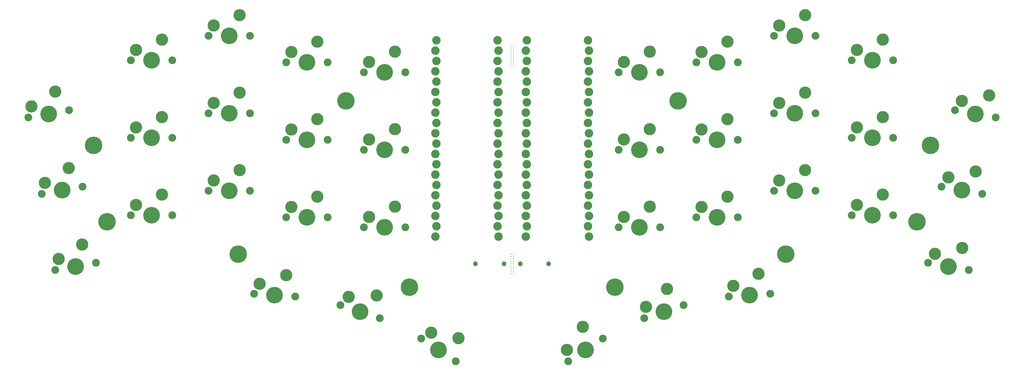
<source format=gts>
G04 #@! TF.GenerationSoftware,KiCad,Pcbnew,7.0.1*
G04 #@! TF.CreationDate,2023-04-25T00:34:03-04:00*
G04 #@! TF.ProjectId,tenax,74656e61-782e-46b6-9963-61645f706362,rev?*
G04 #@! TF.SameCoordinates,Original*
G04 #@! TF.FileFunction,Soldermask,Top*
G04 #@! TF.FilePolarity,Negative*
%FSLAX46Y46*%
G04 Gerber Fmt 4.6, Leading zero omitted, Abs format (unit mm)*
G04 Created by KiCad (PCBNEW 7.0.1) date 2023-04-25 00:34:03*
%MOMM*%
%LPD*%
G01*
G04 APERTURE LIST*
%ADD10C,1.900000*%
%ADD11C,3.000000*%
%ADD12C,4.100000*%
%ADD13C,4.300000*%
%ADD14C,1.200000*%
%ADD15C,0.300000*%
%ADD16C,2.082800*%
G04 APERTURE END LIST*
D10*
X77468998Y-79629002D03*
D11*
X78738998Y-77089002D03*
D12*
X82548998Y-79629002D03*
D11*
X85088998Y-74549002D03*
D10*
X87628998Y-79629002D03*
X197068999Y-67079001D03*
D11*
X198338999Y-64539001D03*
D12*
X202148999Y-67079001D03*
D11*
X204688999Y-61999001D03*
D10*
X207228999Y-67079001D03*
D13*
X254479898Y-87515700D03*
D10*
X216118999Y-60579002D03*
D11*
X217388999Y-58039002D03*
D12*
X221198999Y-60579002D03*
D11*
X223738999Y-55499002D03*
D10*
X226278999Y-60579002D03*
D13*
X126686109Y-122411002D03*
D10*
X257203383Y-97667874D03*
D11*
X258895155Y-95386996D03*
D12*
X262206206Y-98550007D03*
D11*
X265589750Y-93988250D03*
D10*
X267209029Y-99432140D03*
D13*
X111124000Y-76604001D03*
D14*
X149873997Y-116654002D03*
X142873997Y-116654002D03*
D15*
X151574000Y-119029001D03*
X151574000Y-118435251D03*
X151574000Y-117841501D03*
X151574000Y-117247751D03*
X151574000Y-116654001D03*
X151574000Y-116060251D03*
X151574000Y-115466501D03*
X151574000Y-114872751D03*
X151574000Y-114279001D03*
D10*
X58418999Y-104679000D03*
D11*
X59688999Y-102139000D03*
D12*
X63498999Y-104679000D03*
D11*
X66038999Y-99599000D03*
D10*
X68578999Y-104679000D03*
X216118998Y-98679001D03*
D11*
X217388998Y-96139001D03*
D12*
X221198998Y-98679001D03*
D11*
X223738998Y-93599001D03*
D10*
X226278998Y-98679001D03*
D13*
X177061888Y-122411000D03*
X52576099Y-106276300D03*
D10*
X115569000Y-107679001D03*
D11*
X116839000Y-105139001D03*
D12*
X120649000Y-107679001D03*
D11*
X123189000Y-102599001D03*
D10*
X125729000Y-107679001D03*
X77468998Y-60579001D03*
D11*
X78738998Y-58039001D03*
D12*
X82548998Y-60579001D03*
D11*
X85088998Y-55499001D03*
D10*
X87628998Y-60579001D03*
X96518999Y-105179002D03*
D11*
X97788999Y-102639002D03*
D12*
X101598999Y-105179002D03*
D11*
X104138999Y-100099002D03*
D10*
X106678999Y-105179002D03*
X253895381Y-116428476D03*
D11*
X255587153Y-114147598D03*
D12*
X258898204Y-117310609D03*
D11*
X262281748Y-112748852D03*
D10*
X263901027Y-118192742D03*
X115568999Y-88628999D03*
D11*
X116838999Y-86088999D03*
D12*
X120648999Y-88628999D03*
D11*
X123188999Y-83548999D03*
D10*
X125728999Y-88628999D03*
X235168999Y-104679003D03*
D11*
X236438999Y-102139003D03*
D12*
X240248999Y-104679003D03*
D11*
X242788999Y-99599003D03*
D10*
X245328999Y-104679003D03*
X260511381Y-78907276D03*
D11*
X262203153Y-76626398D03*
D12*
X265514204Y-79789409D03*
D11*
X268897748Y-75227652D03*
D10*
X270517027Y-80671542D03*
D15*
X152173998Y-67929002D03*
X152173998Y-67335252D03*
X152173998Y-66741502D03*
X152173998Y-66147752D03*
X152173998Y-65554002D03*
X152173998Y-64960252D03*
X152173998Y-64366502D03*
X152173998Y-63772752D03*
X152173998Y-63179002D03*
D10*
X39846982Y-118192740D03*
D11*
X40656621Y-115470795D03*
D12*
X44849805Y-117310607D03*
D11*
X46469084Y-111866717D03*
D10*
X49852628Y-116428474D03*
X77469000Y-98679002D03*
D11*
X78739000Y-96139002D03*
D12*
X82549000Y-98679002D03*
D11*
X85089000Y-93599002D03*
D10*
X87629000Y-98679002D03*
X58418999Y-66579000D03*
D11*
X59688999Y-64039000D03*
D12*
X63498999Y-66579000D03*
D11*
X66038999Y-61499000D03*
D10*
X68578999Y-66579000D03*
X235168998Y-66579000D03*
D11*
X236438998Y-64039000D03*
D12*
X240248998Y-66579000D03*
D11*
X242788998Y-61499000D03*
D10*
X245328998Y-66579000D03*
X58419000Y-85629002D03*
D11*
X59689000Y-83089002D03*
D12*
X63499000Y-85629002D03*
D11*
X66039000Y-80549002D03*
D10*
X68579000Y-85629002D03*
X36538982Y-99432139D03*
D11*
X37348621Y-96710194D03*
D12*
X41541805Y-98550006D03*
D11*
X43161084Y-93106116D03*
D10*
X46544628Y-97667873D03*
X178018998Y-88629000D03*
D11*
X179288998Y-86089000D03*
D12*
X183098998Y-88629000D03*
D11*
X185638998Y-83549000D03*
D10*
X188178998Y-88629000D03*
D15*
X151573998Y-67929002D03*
X151573998Y-67335252D03*
X151573998Y-66741502D03*
X151573998Y-66147752D03*
X151573998Y-65554002D03*
X151573998Y-64960252D03*
X151573998Y-64366502D03*
X151573998Y-63772752D03*
X151573998Y-63179002D03*
D10*
X88579653Y-124033072D03*
D11*
X90002348Y-121575342D03*
D12*
X93650178Y-124343199D03*
D11*
X96495567Y-119427738D03*
D10*
X98720703Y-124653326D03*
D13*
X219023598Y-114254481D03*
D10*
X165670397Y-140594904D03*
D11*
X165327512Y-137775874D03*
D12*
X169906537Y-137791064D03*
D11*
X169220767Y-132153004D03*
D10*
X174142677Y-134987224D03*
X205027326Y-124653330D03*
D11*
X206139894Y-122040536D03*
D12*
X210097851Y-124343203D03*
D11*
X212322987Y-119117615D03*
D10*
X215168376Y-124033076D03*
X33230983Y-80671540D03*
D11*
X34040622Y-77949595D03*
D12*
X38233806Y-79789407D03*
D11*
X39853085Y-74345517D03*
D10*
X43236629Y-78907274D03*
D15*
X152174000Y-119029001D03*
X152174000Y-118435251D03*
X152174000Y-117841501D03*
X152174000Y-117247751D03*
X152174000Y-116654001D03*
X152174000Y-116060251D03*
X152174000Y-115466501D03*
X152174000Y-114872751D03*
X152174000Y-114279001D03*
D10*
X197069001Y-86129000D03*
D11*
X198339001Y-83589000D03*
D12*
X202149001Y-86129000D03*
D11*
X204689001Y-81049000D03*
D10*
X207229001Y-86129000D03*
X235168999Y-85629001D03*
D11*
X236438999Y-83089001D03*
D12*
X240248999Y-85629001D03*
D11*
X242788999Y-80549001D03*
D10*
X245328999Y-85629001D03*
X197068999Y-105179002D03*
D11*
X198338999Y-102639002D03*
D12*
X202148999Y-105179002D03*
D11*
X204688999Y-100099002D03*
D10*
X207228999Y-105179002D03*
D13*
X192624000Y-76604001D03*
D10*
X115568999Y-69579002D03*
D11*
X116838999Y-67039002D03*
D12*
X120648999Y-69579002D03*
D11*
X123188999Y-64499002D03*
D10*
X125728999Y-69579002D03*
D13*
X251171899Y-106276302D03*
D14*
X153873998Y-116654000D03*
X160873998Y-116654000D03*
D10*
X216118999Y-79629003D03*
D11*
X217388999Y-77089003D03*
D12*
X221198999Y-79629003D03*
D11*
X223738999Y-74549003D03*
D10*
X226278999Y-79629003D03*
D13*
X49268100Y-87515702D03*
D10*
X178018999Y-69579002D03*
D11*
X179288999Y-67039002D03*
D12*
X183098999Y-69579002D03*
D11*
X185638999Y-64499002D03*
D10*
X188178999Y-69579002D03*
X96518999Y-86129002D03*
D11*
X97788999Y-83589002D03*
D12*
X101598999Y-86129002D03*
D11*
X104138999Y-81049002D03*
D10*
X106678999Y-86129002D03*
X184299557Y-130033377D03*
D11*
X184697974Y-127221658D03*
D12*
X189117041Y-128421469D03*
D11*
X189913875Y-122798031D03*
D10*
X193934525Y-126809561D03*
X109813516Y-126809549D03*
D11*
X111823841Y-124803784D03*
D12*
X114631000Y-128421457D03*
D11*
X118651650Y-124409927D03*
D10*
X119448484Y-130033365D03*
D13*
X84724398Y-114254480D03*
D10*
X178018999Y-107679002D03*
D11*
X179288999Y-105139002D03*
D12*
X183098999Y-107679002D03*
D11*
X185638999Y-102599002D03*
D10*
X188178999Y-107679002D03*
X96519000Y-67079000D03*
D11*
X97789000Y-64539000D03*
D12*
X101599000Y-67079000D03*
D11*
X104139000Y-61999000D03*
D10*
X106679000Y-67079000D03*
X129605297Y-134987224D03*
D11*
X132066252Y-133570114D03*
D12*
X133841437Y-137791064D03*
D11*
X138763347Y-134956844D03*
D10*
X138077577Y-140594904D03*
D16*
X148267001Y-61704002D03*
X148521001Y-64244002D03*
X148267001Y-66784002D03*
X148521001Y-69324002D03*
X148267001Y-71864002D03*
X148521001Y-74404002D03*
X148267001Y-76944002D03*
X148521001Y-79484002D03*
X148267001Y-82024002D03*
X148521001Y-84564002D03*
X148267001Y-87104002D03*
X148521001Y-89644002D03*
X148267001Y-92184002D03*
X148521001Y-94724002D03*
X148267001Y-97264002D03*
X148521001Y-99804002D03*
X148267001Y-102344002D03*
X148521001Y-104884002D03*
X148267001Y-107424002D03*
X148521001Y-109964002D03*
X133027001Y-109964002D03*
X133281001Y-107424002D03*
X133027001Y-104884002D03*
X133281001Y-102344002D03*
X133027001Y-99804002D03*
X133281001Y-97264002D03*
X133027001Y-94724002D03*
X133281001Y-92184002D03*
X133027001Y-89644002D03*
X133281001Y-87104002D03*
X133027001Y-84564002D03*
X133281001Y-82024002D03*
X133027001Y-79484002D03*
X133281001Y-76944002D03*
X133027001Y-74404002D03*
X133281001Y-71864002D03*
X133027001Y-69324002D03*
X133281001Y-66784002D03*
X133027001Y-64244002D03*
X133281001Y-61704002D03*
X170466997Y-61704001D03*
X170720997Y-64244001D03*
X170466997Y-66784001D03*
X170720997Y-69324001D03*
X170466997Y-71864001D03*
X170720997Y-74404001D03*
X170466997Y-76944001D03*
X170720997Y-79484001D03*
X170466997Y-82024001D03*
X170720997Y-84564001D03*
X170466997Y-87104001D03*
X170720997Y-89644001D03*
X170466997Y-92184001D03*
X170720997Y-94724001D03*
X170466997Y-97264001D03*
X170720997Y-99804001D03*
X170466997Y-102344001D03*
X170720997Y-104884001D03*
X170466997Y-107424001D03*
X170720997Y-109964001D03*
X155226997Y-109964001D03*
X155480997Y-107424001D03*
X155226997Y-104884001D03*
X155480997Y-102344001D03*
X155226997Y-99804001D03*
X155480997Y-97264001D03*
X155226997Y-94724001D03*
X155480997Y-92184001D03*
X155226997Y-89644001D03*
X155480997Y-87104001D03*
X155226997Y-84564001D03*
X155480997Y-82024001D03*
X155226997Y-79484001D03*
X155480997Y-76944001D03*
X155226997Y-74404001D03*
X155480997Y-71864001D03*
X155226997Y-69324001D03*
X155480997Y-66784001D03*
X155226997Y-64244001D03*
X155480997Y-61704001D03*
M02*

</source>
